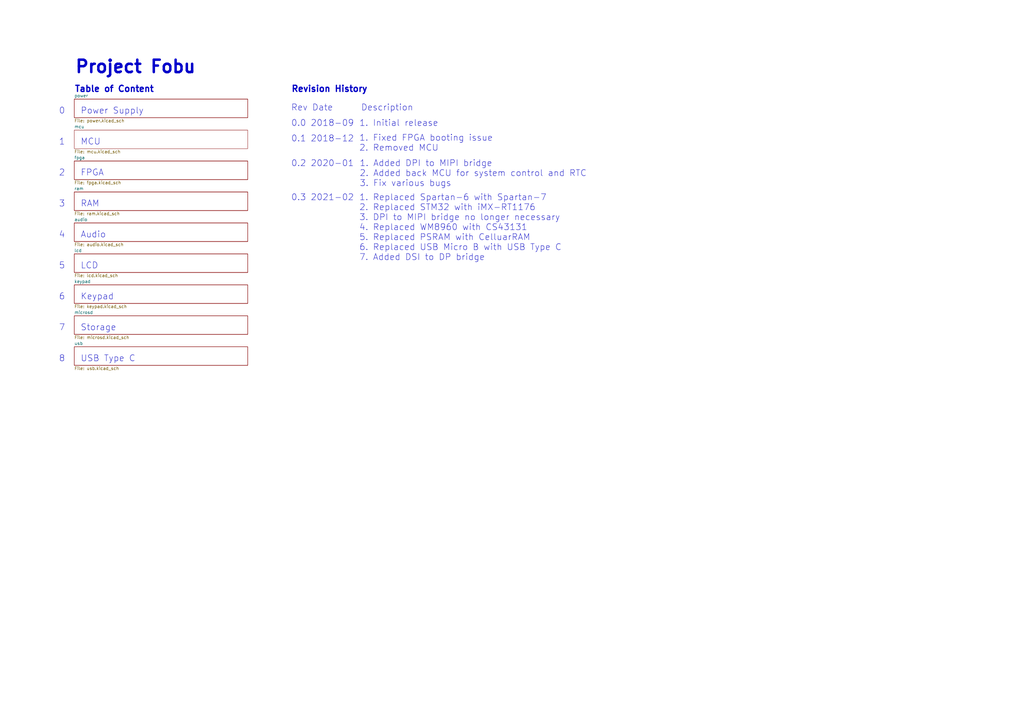
<source format=kicad_sch>
(kicad_sch (version 20210126) (generator eeschema)
  (paper "A3")
  (title_block (title "Fobu") (date "2021-02-17") (rev "0.3") (company "Wenting Zhang") (comment 1 "zephray@outlook.com"))
  (lib_symbols)
  (text "0" (at 24.13 46.99 0) (effects (font (size 2.54 2.54)) (justify left bottom)))
  (text "1" (at 24.13 59.69 0) (effects (font (size 2.54 2.54)) (justify left bottom)))
  (text "2" (at 24.13 72.39 0) (effects (font (size 2.54 2.54)) (justify left bottom)))
  (text "3" (at 24.13 85.09 0) (effects (font (size 2.54 2.54)) (justify left bottom)))
  (text "4" (at 24.13 97.79 0) (effects (font (size 2.54 2.54)) (justify left bottom)))
  (text "5" (at 24.13 110.49 0) (effects (font (size 2.54 2.54)) (justify left bottom)))
  (text "6" (at 24.13 123.19 0) (effects (font (size 2.54 2.54)) (justify left bottom)))
  (text "7" (at 24.13 135.89 0) (effects (font (size 2.54 2.54)) (justify left bottom)))
  (text "8" (at 24.13 148.59 0) (effects (font (size 2.54 2.54)) (justify left bottom)))
  (text "Project Fobu" (at 30.48 30.48 0) (effects (font (size 5.08 5.08) (thickness 1.016) bold) (justify left bottom)))
  (text "Table of Content" (at 30.48 38.1 0) (effects (font (size 2.54 2.54) (thickness 0.508) bold) (justify left bottom)))
  (text "Power Supply" (at 33.02 46.99 0) (effects (font (size 2.54 2.54)) (justify left bottom)))
  (text "MCU" (at 33.02 59.69 0) (effects (font (size 2.54 2.54)) (justify left bottom)))
  (text "FPGA" (at 33.02 72.39 0) (effects (font (size 2.54 2.54)) (justify left bottom)))
  (text "RAM" (at 33.02 85.09 0) (effects (font (size 2.54 2.54)) (justify left bottom)))
  (text "Audio" (at 33.02 97.79 0) (effects (font (size 2.54 2.54)) (justify left bottom)))
  (text "LCD" (at 33.02 110.49 0) (effects (font (size 2.54 2.54)) (justify left bottom)))
  (text "Keypad" (at 33.02 123.19 0) (effects (font (size 2.54 2.54)) (justify left bottom)))
  (text "Storage" (at 33.02 135.89 0) (effects (font (size 2.54 2.54)) (justify left bottom)))
  (text "USB Type C" (at 33.02 148.59 0) (effects (font (size 2.54 2.54)) (justify left bottom)))
  (text "Revision History" (at 119.38 38.1 0) (effects (font (size 2.54 2.54) (thickness 0.508) bold) (justify left bottom)))
  (text "Rev Date      Description " (at 119.38 45.72 0) (effects (font (size 2.54 2.54)) (justify left bottom)))
  (text "0.0 2018-09" (at 119.38 52.07 0) (effects (font (size 2.54 2.54)) (justify left bottom)))
  (text "0.1 2018-12" (at 119.38 58.42 0) (effects (font (size 2.54 2.54)) (justify left bottom)))
  (text "0.2 2020-01" (at 119.38 68.58 0) (effects (font (size 2.54 2.54)) (justify left bottom)))
  (text "0.3 2021-02" (at 119.38 82.55 0) (effects (font (size 2.54 2.54)) (justify left bottom)))
  (text "1. Initial release" (at 147.32 52.07 0) (effects (font (size 2.54 2.54)) (justify left bottom)))
  (text "1. Fixed FPGA booting issue\n2. Removed MCU" (at 147.32 62.23 0) (effects (font (size 2.54 2.54)) (justify left bottom)))
  (text "1. Replaced Spartan-6 with Spartan-7\n2. Replaced STM32 with iMX-RT1176\n3. DPI to MIPI bridge no longer necessary\n4. Replaced WM8960 with CS43131\n5. Replaced PSRAM with CelluarRAM\n6. Replaced USB Micro B with USB Type C\n7. Added DSI to DP bridge" (at 147.32 107.0864 0) (effects (font (size 2.54 2.54)) (justify left bottom)))
  (text "1. Added DPI to MIPI bridge\n2. Added back MCU for system control and RTC\n3. Fix various bugs" (at 147.447 76.7334 0) (effects (font (size 2.54 2.54)) (justify left bottom)))
  (sheet (at 30.48 91.44) (size 71.12 7.62)
    (property "Sheet name" "audio" (at 30.48 90.8045 0) (effects (justify left bottom)))
    (property "Sheet file" "audio.kicad_sch" (at 30.48 99.5685 0) (effects (justify left top)))
  )
  (sheet (at 30.48 66.04) (size 71.12 7.62)
    (property "Sheet name" "fpga" (at 30.48 65.4045 0) (effects (justify left bottom)))
    (property "Sheet file" "fpga.kicad_sch" (at 30.48 74.1685 0) (effects (justify left top)))
  )
  (sheet (at 30.48 116.84) (size 71.12 7.62)
    (property "Sheet name" "keypad" (at 30.48 116.2045 0) (effects (justify left bottom)))
    (property "Sheet file" "keypad.kicad_sch" (at 30.48 124.9685 0) (effects (justify left top)))
  )
  (sheet (at 30.48 104.14) (size 71.12 7.62)
    (property "Sheet name" "lcd" (at 30.48 103.5045 0) (effects (justify left bottom)))
    (property "Sheet file" "lcd.kicad_sch" (at 30.48 112.2685 0) (effects (justify left top)))
  )
  (sheet (at 30.48 53.34) (size 71.12 7.62) (stroke (width 0.001))
    (property "Sheet name" "mcu" (at 30.48 52.7041 0) (effects (justify left bottom)))
    (property "Sheet file" "mcu.kicad_sch" (at 30.48 61.4689 0) (effects (justify left top)))
  )
  (sheet (at 30.48 129.54) (size 71.12 7.62)
    (property "Sheet name" "microsd" (at 30.48 128.9045 0) (effects (justify left bottom)))
    (property "Sheet file" "microsd.kicad_sch" (at 30.48 137.6685 0) (effects (justify left top)))
  )
  (sheet (at 30.48 40.64) (size 71.12 7.62)
    (property "Sheet name" "power" (at 30.48 40.0045 0) (effects (justify left bottom)))
    (property "Sheet file" "power.kicad_sch" (at 30.48 48.7685 0) (effects (justify left top)))
  )
  (sheet (at 30.48 78.74) (size 71.12 7.62)
    (property "Sheet name" "ram" (at 30.48 78.1045 0) (effects (justify left bottom)))
    (property "Sheet file" "ram.kicad_sch" (at 30.48 86.8685 0) (effects (justify left top)))
  )
  (sheet (at 30.48 142.24) (size 71.12 7.62)
    (property "Sheet name" "usb" (at 30.48 141.6045 0) (effects (justify left bottom)))
    (property "Sheet file" "usb.kicad_sch" (at 30.48 150.3685 0) (effects (justify left top)))
  )
)
</source>
